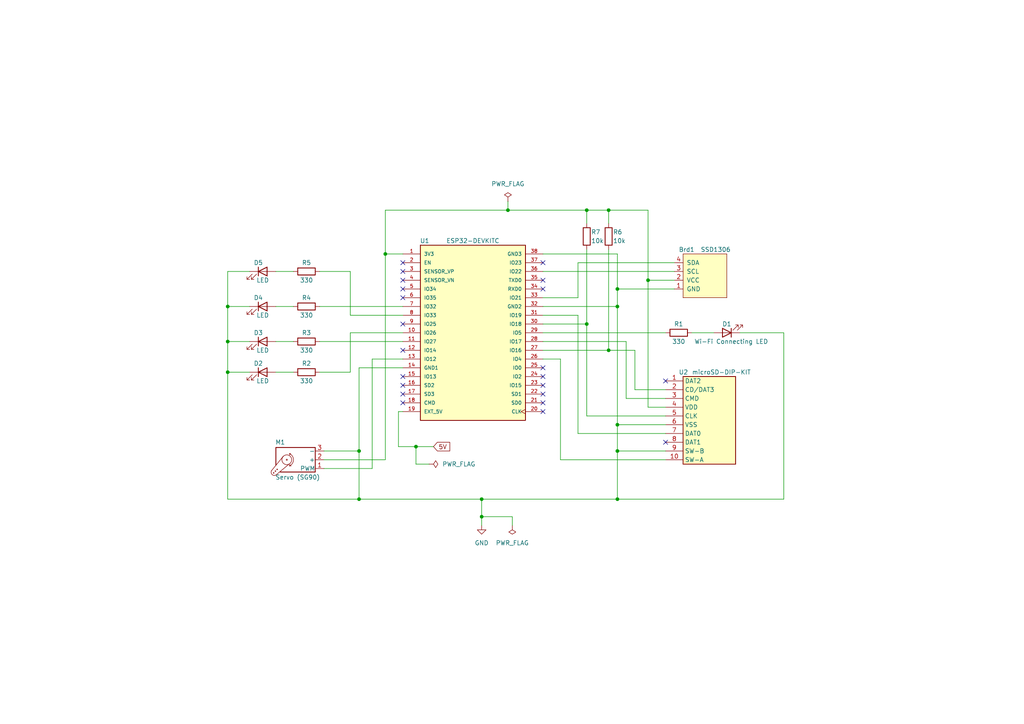
<source format=kicad_sch>
(kicad_sch (version 20230121) (generator eeschema)
  (paper "A4")
  (title_block (title "サーボコントロールサンプル") (date "2024-03-22") (rev "1.0") (comment 1 "SDカードスロット") (comment 2 "OLED(SSD1306)") (comment 3 "LED x 4") (comment 4 "サーボ(SG90)"))
  (lib_symbols
    (symbol "Akizuki_Library:microSD_DIP_KIT"
      (property "Reference" "U" (at 0 3.81 0))
      (property "Value" "microSD-DIP-KIT" (at 0 1.27 0))
      (symbol "microSD_DIP_KIT_1_1"
        (rectangle (start -6.35 0) (end 8.89 -25.4) (stroke (width 0.254)) (fill (type background)))
        (pin bidirectional line (at -11.43 -1.27 0) (length 5.08) (name "DAT2") (number "1"))
        (pin passive line (at -11.43 -24.13 0) (length 5.08) (name "SW-A") (number "10"))
        (pin bidirectional line (at -11.43 -3.81 0) (length 5.08) (name "CD/DAT3") (number "2"))
        (pin bidirectional line (at -11.43 -6.35 0) (length 5.08) (name "CMD") (number "3"))
        (pin power_in line (at -11.43 -8.89 0) (length 5.08) (name "VDD") (number "4"))
        (pin bidirectional line (at -11.43 -11.43 0) (length 5.08) (name "CLK") (number "5"))
        (pin power_in line (at -11.43 -13.97 0) (length 5.08) (name "VSS") (number "6"))
        (pin bidirectional line (at -11.43 -16.51 0) (length 5.08) (name "DAT0") (number "7"))
        (pin bidirectional line (at -11.43 -19.05 0) (length 5.08) (name "DAT1") (number "8"))
        (pin passive line (at -11.43 -21.59 0) (length 5.08) (name "SW-B") (number "9"))
      )
    )
    (symbol "Device:LED" (pin_numbers hide) (pin_names (offset 1.016) hide)
      (property "Reference" "D" (at 0 2.54 0))
      (property "Value" "LED" (at 0 -2.54 0))
      (symbol "LED_0_1"
        (polyline (pts (xy -1.27 -1.27) (xy -1.27 1.27)) (stroke (width 0.254)))
        (polyline (pts (xy -1.27 0) (xy 1.27 0)))
        (polyline (pts (xy 1.27 -1.27) (xy 1.27 1.27) (xy -1.27 0) (xy 1.27 -1.27)) (stroke (width 0.254)))
        (polyline (pts (xy -3.048 -0.762) (xy -4.572 -2.286) (xy -3.81 -2.286) (xy -4.572 -2.286) (xy -4.572 -1.524)))
        (polyline (pts (xy -1.778 -0.762) (xy -3.302 -2.286) (xy -2.54 -2.286) (xy -3.302 -2.286) (xy -3.302 -1.524)))
      )
      (symbol "LED_1_1"
        (pin passive line (at -3.81 0 0) (length 2.54) (name "K") (number "1"))
        (pin passive line (at 3.81 0 180) (length 2.54) (name "A") (number "2"))
      )
    )
    (symbol "Device:R" (pin_numbers hide) (pin_names (offset 0))
      (property "Reference" "R" (at 2.032 0 90))
      (property "Value" "R" (at 0 0 90))
      (symbol "R_0_1"
        (rectangle (start -1.016 -2.54) (end 1.016 2.54) (stroke (width 0.254)))
      )
      (symbol "R_1_1"
        (pin passive line (at 0 3.81 270) (length 1.27) (name "~") (number "1"))
        (pin passive line (at 0 -3.81 90) (length 1.27) (name "~") (number "2"))
      )
    )
    (symbol "ESP32-DEVKITC:ESP32-DEVKITC" (pin_names (offset 1.016))
      (property "Reference" "U" (at -15.2572 26.0643 0))
      (property "Value" "ESP32-DEVKITC" (at -15.2563 -27.9698 0))
      (symbol "ESP32-DEVKITC_0_0"
        (rectangle (start -15.24 -25.4) (end 15.24 25.4) (stroke (width 0.254)) (fill (type background)))
        (pin power_in line (at -20.32 22.86 0) (length 5.08) (name "3V3") (number "1"))
        (pin bidirectional line (at -20.32 0 0) (length 5.08) (name "IO26") (number "10"))
        (pin bidirectional line (at -20.32 -2.54 0) (length 5.08) (name "IO27") (number "11"))
        (pin bidirectional line (at -20.32 -5.08 0) (length 5.08) (name "IO14") (number "12"))
        (pin bidirectional line (at -20.32 -7.62 0) (length 5.08) (name "IO12") (number "13"))
        (pin power_in line (at -20.32 -10.16 0) (length 5.08) (name "GND1") (number "14"))
        (pin bidirectional line (at -20.32 -12.7 0) (length 5.08) (name "IO13") (number "15"))
        (pin bidirectional line (at -20.32 -15.24 0) (length 5.08) (name "SD2") (number "16"))
        (pin bidirectional line (at -20.32 -17.78 0) (length 5.08) (name "SD3") (number "17"))
        (pin bidirectional line (at -20.32 -20.32 0) (length 5.08) (name "CMD") (number "18"))
        (pin power_in line (at -20.32 -22.86 0) (length 5.08) (name "EXT_5V") (number "19"))
        (pin input line (at -20.32 20.32 0) (length 5.08) (name "EN") (number "2"))
        (pin input clock (at 20.32 -22.86 180) (length 5.08) (name "CLK") (number "20"))
        (pin bidirectional line (at 20.32 -20.32 180) (length 5.08) (name "SD0") (number "21"))
        (pin bidirectional line (at 20.32 -17.78 180) (length 5.08) (name "SD1") (number "22"))
        (pin bidirectional line (at 20.32 -15.24 180) (length 5.08) (name "IO15") (number "23"))
        (pin bidirectional line (at 20.32 -12.7 180) (length 5.08) (name "IO2") (number "24"))
        (pin bidirectional line (at 20.32 -10.16 180) (length 5.08) (name "IO0") (number "25"))
        (pin bidirectional line (at 20.32 -7.62 180) (length 5.08) (name "IO4") (number "26"))
        (pin bidirectional line (at 20.32 -5.08 180) (length 5.08) (name "IO16") (number "27"))
        (pin bidirectional line (at 20.32 -2.54 180) (length 5.08) (name "IO17") (number "28"))
        (pin bidirectional line (at 20.32 0 180) (length 5.08) (name "IO5") (number "29"))
        (pin input line (at -20.32 17.78 0) (length 5.08) (name "SENSOR_VP") (number "3"))
        (pin bidirectional line (at 20.32 2.54 180) (length 5.08) (name "IO18") (number "30"))
        (pin bidirectional line (at 20.32 5.08 180) (length 5.08) (name "IO19") (number "31"))
        (pin power_in line (at 20.32 7.62 180) (length 5.08) (name "GND2") (number "32"))
        (pin bidirectional line (at 20.32 10.16 180) (length 5.08) (name "IO21") (number "33"))
        (pin input line (at 20.32 12.7 180) (length 5.08) (name "RXD0") (number "34"))
        (pin output line (at 20.32 15.24 180) (length 5.08) (name "TXD0") (number "35"))
        (pin bidirectional line (at 20.32 17.78 180) (length 5.08) (name "IO22") (number "36"))
        (pin bidirectional line (at 20.32 20.32 180) (length 5.08) (name "IO23") (number "37"))
        (pin power_in line (at 20.32 22.86 180) (length 5.08) (name "GND3") (number "38"))
        (pin input line (at -20.32 15.24 0) (length 5.08) (name "SENSOR_VN") (number "4"))
        (pin bidirectional line (at -20.32 12.7 0) (length 5.08) (name "IO34") (number "5"))
        (pin bidirectional line (at -20.32 10.16 0) (length 5.08) (name "IO35") (number "6"))
        (pin bidirectional line (at -20.32 7.62 0) (length 5.08) (name "IO32") (number "7"))
        (pin bidirectional line (at -20.32 5.08 0) (length 5.08) (name "IO33") (number "8"))
        (pin bidirectional line (at -20.32 2.54 0) (length 5.08) (name "IO25") (number "9"))
      )
    )
    (symbol "Motor:Motor_Servo" (pin_names (offset 0.0254))
      (property "Reference" "M" (at -5.08 4.445 0))
      (property "Value" "Motor_Servo" (at -5.08 -4.064 0))
      (symbol "Motor_Servo_0_1"
        (polyline (pts (xy 2.413 -1.778) (xy 2.032 -1.778)))
        (polyline (pts (xy 2.413 -1.778) (xy 2.286 -1.397)))
        (polyline (pts (xy 2.413 1.778) (xy 1.905 1.778)))
        (polyline (pts (xy 2.413 1.778) (xy 2.286 1.397)))
        (polyline (pts (xy 6.35 4.445) (xy 2.54 1.27)))
        (polyline (pts (xy 7.62 3.175) (xy 4.191 -1.016)))
        (polyline (pts (xy 5.08 3.556) (xy -5.08 3.556) (xy -5.08 -3.556) (xy 6.35 -3.556) (xy 6.35 1.524)) (stroke (width 0.254)))
        (arc (start 2.413 1.778) (mid 1.2406 0) (end 2.413 -1.778))
        (circle (center 3.175 0) (radius 0.1778))
        (circle (center 3.175 0) (radius 1.4224))
        (circle (center 5.969 2.794) (radius 0.127))
        (circle (center 6.477 3.302) (radius 0.127))
        (circle (center 6.985 3.81) (radius 0.127))
        (arc (start 7.62 3.175) (mid 7.4485 4.2735) (end 6.35 4.445))
      )
      (symbol "Motor_Servo_1_1"
        (pin passive line (at -7.62 2.54 0) (length 2.54) (name "PWM") (number "1"))
        (pin passive line (at -7.62 0 0) (length 2.54) (name "+") (number "2"))
        (pin passive line (at -7.62 -2.54 0) (length 2.54) (name "-") (number "3"))
      )
    )
    (symbol "SSD1306-128x64_OLED:SSD1306" (pin_names (offset 1.016))
      (property "Reference" "Brd" (at 0 -3.81 0))
      (property "Value" "SSD1306" (at 0 -1.27 0))
      (symbol "SSD1306_0_1"
        (rectangle (start -6.35 6.35) (end 6.35 -6.35) (fill (type background)))
      )
      (symbol "SSD1306_1_1"
        (pin input line (at -3.81 8.89 270) (length 2.54) (name "GND") (number "1"))
        (pin input line (at -1.27 8.89 270) (length 2.54) (name "VCC") (number "2"))
        (pin input line (at 1.27 8.89 270) (length 2.54) (name "SCL") (number "3"))
        (pin input line (at 3.81 8.89 270) (length 2.54) (name "SDA") (number "4"))
      )
    )
    (symbol "power:GND" (power) (pin_names (offset 0))
      (property "Value" "GND" (at 0 -3.81 0))
      (symbol "GND_0_1"
        (polyline (pts (xy 0 0) (xy 0 -1.27) (xy 1.27 -1.27) (xy 0 -2.54) (xy -1.27 -1.27) (xy 0 -1.27)))
      )
      (symbol "GND_1_1"
        (pin power_in line (at 0 0 270) (length 0) hide (name "GND") (number "1"))
      )
    )
    (symbol "power:PWR_FLAG" (power) (pin_numbers hide) (pin_names (offset 0) hide)
      (property "Value" "PWR_FLAG" (at 0 3.81 0))
      (symbol "PWR_FLAG_0_0"
        (pin power_out line (at 0 0 90) (length 0) (name "pwr") (number "1"))
      )
      (symbol "PWR_FLAG_0_1"
        (polyline (pts (xy 0 0) (xy 0 1.27) (xy -1.016 1.905) (xy 0 2.54) (xy 1.016 1.905) (xy 0 1.27)))
      )
    )
  )
  (junction (at 187.96 81.28))
  (junction (at 111.76 73.66))
  (junction (at 179.07 83.82))
  (junction (at 104.14 130.81))
  (junction (at 179.07 130.81))
  (junction (at 170.18 93.98))
  (junction (at 179.07 88.9))
  (junction (at 176.53 60.96))
  (junction (at 104.14 144.78))
  (junction (at 66.04 107.95))
  (junction (at 66.04 99.06))
  (junction (at 176.53 101.6))
  (junction (at 139.7 149.86))
  (junction (at 139.7 144.78))
  (junction (at 179.07 144.78))
  (junction (at 170.18 60.96))
  (junction (at 147.32 60.96))
  (junction (at 179.07 123.19))
  (junction (at 120.65 129.54))
  (junction (at 66.04 88.9))
  (no_connect (at 157.48 109.22))
  (no_connect (at 157.48 119.38))
  (no_connect (at 193.04 128.27))
  (no_connect (at 116.84 83.82))
  (no_connect (at 157.48 114.3))
  (no_connect (at 193.04 110.49))
  (no_connect (at 116.84 78.74))
  (no_connect (at 157.48 76.2))
  (no_connect (at 157.48 83.82))
  (no_connect (at 116.84 111.76))
  (no_connect (at 116.84 116.84))
  (no_connect (at 157.48 116.84))
  (no_connect (at 116.84 86.36))
  (no_connect (at 157.48 81.28))
  (no_connect (at 116.84 101.6))
  (no_connect (at 157.48 106.68))
  (no_connect (at 116.84 93.98))
  (no_connect (at 116.84 76.2))
  (no_connect (at 116.84 114.3))
  (no_connect (at 116.84 81.28))
  (no_connect (at 157.48 111.76))
  (no_connect (at 116.84 109.22))
  (wire (pts (xy 92.71 88.9) (xy 116.84 88.9)))
  (wire (pts (xy 170.18 64.77) (xy 170.18 60.96)))
  (wire (pts (xy 167.64 125.73) (xy 167.64 91.44)))
  (wire (pts (xy 80.01 88.9) (xy 85.09 88.9)))
  (wire (pts (xy 120.65 129.54) (xy 115.57 129.54)))
  (wire (pts (xy 116.84 104.14) (xy 107.95 104.14)))
  (wire (pts (xy 101.6 96.52) (xy 101.6 107.95)))
  (wire (pts (xy 116.84 73.66) (xy 111.76 73.66)))
  (wire (pts (xy 157.48 86.36) (xy 167.64 86.36)))
  (wire (pts (xy 167.64 76.2) (xy 195.58 76.2)))
  (wire (pts (xy 139.7 149.86) (xy 139.7 152.4)))
  (wire (pts (xy 104.14 130.81) (xy 104.14 144.78)))
  (wire (pts (xy 157.48 88.9) (xy 179.07 88.9)))
  (wire (pts (xy 157.48 91.44) (xy 167.64 91.44)))
  (wire (pts (xy 157.48 78.74) (xy 195.58 78.74)))
  (wire (pts (xy 66.04 88.9) (xy 66.04 99.06)))
  (wire (pts (xy 148.59 149.86) (xy 139.7 149.86)))
  (wire (pts (xy 162.56 133.35) (xy 193.04 133.35)))
  (wire (pts (xy 116.84 91.44) (xy 101.6 91.44)))
  (wire (pts (xy 111.76 73.66) (xy 111.76 133.35)))
  (wire (pts (xy 104.14 106.68) (xy 104.14 130.81)))
  (wire (pts (xy 116.84 96.52) (xy 101.6 96.52)))
  (wire (pts (xy 66.04 99.06) (xy 66.04 107.95)))
  (wire (pts (xy 200.66 96.52) (xy 207.01 96.52)))
  (wire (pts (xy 66.04 88.9) (xy 72.39 88.9)))
  (wire (pts (xy 139.7 144.78) (xy 139.7 149.86)))
  (wire (pts (xy 93.98 130.81) (xy 104.14 130.81)))
  (wire (pts (xy 157.48 99.06) (xy 181.61 99.06)))
  (wire (pts (xy 179.07 130.81) (xy 193.04 130.81)))
  (wire (pts (xy 66.04 144.78) (xy 104.14 144.78)))
  (wire (pts (xy 80.01 99.06) (xy 85.09 99.06)))
  (wire (pts (xy 176.53 72.39) (xy 176.53 101.6)))
  (wire (pts (xy 176.53 60.96) (xy 187.96 60.96)))
  (wire (pts (xy 170.18 72.39) (xy 170.18 93.98)))
  (wire (pts (xy 107.95 104.14) (xy 107.95 135.89)))
  (wire (pts (xy 184.15 101.6) (xy 184.15 113.03)))
  (wire (pts (xy 101.6 107.95) (xy 92.71 107.95)))
  (wire (pts (xy 104.14 144.78) (xy 139.7 144.78)))
  (wire (pts (xy 157.48 101.6) (xy 176.53 101.6)))
  (wire (pts (xy 147.32 58.42) (xy 147.32 60.96)))
  (wire (pts (xy 179.07 123.19) (xy 179.07 130.81)))
  (wire (pts (xy 157.48 96.52) (xy 193.04 96.52)))
  (wire (pts (xy 101.6 91.44) (xy 101.6 78.74)))
  (wire (pts (xy 179.07 88.9) (xy 179.07 123.19)))
  (wire (pts (xy 120.65 134.62) (xy 120.65 129.54)))
  (wire (pts (xy 181.61 115.57) (xy 193.04 115.57)))
  (wire (pts (xy 125.73 129.54) (xy 120.65 129.54)))
  (wire (pts (xy 176.53 101.6) (xy 184.15 101.6)))
  (wire (pts (xy 80.01 107.95) (xy 85.09 107.95)))
  (wire (pts (xy 124.46 134.62) (xy 120.65 134.62)))
  (wire (pts (xy 80.01 78.74) (xy 85.09 78.74)))
  (wire (pts (xy 162.56 133.35) (xy 162.56 104.14)))
  (wire (pts (xy 187.96 81.28) (xy 187.96 118.11)))
  (wire (pts (xy 157.48 93.98) (xy 170.18 93.98)))
  (wire (pts (xy 72.39 78.74) (xy 66.04 78.74)))
  (wire (pts (xy 157.48 73.66) (xy 179.07 73.66)))
  (wire (pts (xy 193.04 123.19) (xy 179.07 123.19)))
  (wire (pts (xy 179.07 144.78) (xy 227.33 144.78)))
  (wire (pts (xy 92.71 78.74) (xy 101.6 78.74)))
  (wire (pts (xy 93.98 133.35) (xy 111.76 133.35)))
  (wire (pts (xy 93.98 135.89) (xy 107.95 135.89)))
  (wire (pts (xy 187.96 60.96) (xy 187.96 81.28)))
  (wire (pts (xy 170.18 120.65) (xy 170.18 93.98)))
  (wire (pts (xy 179.07 83.82) (xy 179.07 88.9)))
  (wire (pts (xy 176.53 64.77) (xy 176.53 60.96)))
  (wire (pts (xy 66.04 107.95) (xy 72.39 107.95)))
  (wire (pts (xy 184.15 113.03) (xy 193.04 113.03)))
  (wire (pts (xy 66.04 107.95) (xy 66.04 144.78)))
  (wire (pts (xy 111.76 73.66) (xy 111.76 60.96)))
  (wire (pts (xy 179.07 73.66) (xy 179.07 83.82)))
  (wire (pts (xy 66.04 99.06) (xy 72.39 99.06)))
  (wire (pts (xy 66.04 78.74) (xy 66.04 88.9)))
  (wire (pts (xy 148.59 152.4) (xy 148.59 149.86)))
  (wire (pts (xy 187.96 81.28) (xy 195.58 81.28)))
  (wire (pts (xy 170.18 60.96) (xy 176.53 60.96)))
  (wire (pts (xy 111.76 60.96) (xy 147.32 60.96)))
  (wire (pts (xy 187.96 118.11) (xy 193.04 118.11)))
  (wire (pts (xy 214.63 96.52) (xy 227.33 96.52)))
  (wire (pts (xy 115.57 119.38) (xy 116.84 119.38)))
  (wire (pts (xy 227.33 96.52) (xy 227.33 144.78)))
  (wire (pts (xy 157.48 104.14) (xy 162.56 104.14)))
  (wire (pts (xy 92.71 99.06) (xy 116.84 99.06)))
  (wire (pts (xy 181.61 99.06) (xy 181.61 115.57)))
  (wire (pts (xy 167.64 86.36) (xy 167.64 76.2)))
  (wire (pts (xy 116.84 106.68) (xy 104.14 106.68)))
  (wire (pts (xy 179.07 130.81) (xy 179.07 144.78)))
  (wire (pts (xy 115.57 129.54) (xy 115.57 119.38)))
  (wire (pts (xy 170.18 120.65) (xy 193.04 120.65)))
  (wire (pts (xy 147.32 60.96) (xy 170.18 60.96)))
  (wire (pts (xy 139.7 144.78) (xy 179.07 144.78)))
  (wire (pts (xy 195.58 83.82) (xy 179.07 83.82)))
  (wire (pts (xy 167.64 125.73) (xy 193.04 125.73)))
  (global_label "5V" (shape input) (at 125.73 129.54 0) (property "Intersheetrefs" "${INTERSHEET_REFS}" (effects hide)))
  (symbol (lib_id "Device:LED") (at 210.82 96.52 180) (unit 1)
    (property "Reference" "D1" (at 210.82 93.98 0))
    (property "Value" "Wi-Fi Connecting LED" (at 212.09 99.06 0))
    (property "Footprint" "LED_THT:LED_D5.0mm" (effects hide))
  )
  (symbol (lib_id "Akizuki_Library:microSD_DIP_KIT") (at 204.47 109.22 0) (unit 1)
    (property "Reference" "U2" (at 196.85 107.95 0) (effects (justify left)))
    (property "Value" "microSD-DIP-KIT" (at 200.66 107.95 0) (effects (justify left)))
    (property "Footprint" "Akizuki_Library:microSD-DIP-Kit" (effects hide))
    (property "Datasheet" "https://akizukidenshi.com/catalog/g/gK-05488/" (effects hide))
  )
  (symbol (lib_id "SSD1306-128x64_OLED:SSD1306") (at 204.47 80.01 90) (unit 1)
    (property "Reference" "Brd1" (at 196.85 72.39 90) (effects (justify right)))
    (property "Value" "SSD1306" (at 203.2 72.39 90) (effects (justify right)))
    (property "Footprint" "SSD1306:128x64OLED" (effects hide))
  )
  (symbol (lib_id "power:PWR_FLAG") (at 147.32 58.42 0) (unit 1)
    (property "Reference" "#FLG03" (effects hide))
    (property "Value" "PWR_FLAG" (at 147.32 53.34 0))
  )
  (symbol (lib_id "Device:LED") (at 76.2 107.95 0) (unit 1)
    (property "Reference" "D2" (at 74.93 105.41 0))
    (property "Value" "LED" (at 76.2 110.49 0))
    (property "Footprint" "LED_THT:LED_D5.0mm" (effects hide))
  )
  (symbol (lib_id "Device:R") (at 196.85 96.52 90) (unit 1)
    (property "Reference" "R1" (at 196.85 93.98 90))
    (property "Value" "330" (at 196.85 99.06 90))
    (property "Footprint" "Resistor_THT:R_Axial_DIN0204_L3.6mm_D1.6mm_P5.08mm_Horizontal" (effects hide))
  )
  (symbol (lib_id "Motor:Motor_Servo") (at 86.36 133.35 180) (unit 1)
    (property "Reference" "M1" (at 81.28 128.27 0))
    (property "Value" "Servo (SG90)" (at 86.36 138.43 0))
    (property "Footprint" "Connector_PinHeader_2.54mm:PinHeader_1x03_P2.54mm_Horizontal" (effects hide))
    (property "Datasheet" "http://forums.parallax.com/uploads/attachments/46831/74481.png" (effects hide))
  )
  (symbol (lib_id "Device:R") (at 88.9 88.9 90) (unit 1)
    (property "Reference" "R4" (at 88.9 86.36 90))
    (property "Value" "330" (at 88.9 91.44 90))
    (property "Footprint" "Resistor_THT:R_Axial_DIN0204_L3.6mm_D1.6mm_P5.08mm_Horizontal" (effects hide))
  )
  (symbol (lib_id "Device:LED") (at 76.2 78.74 0) (unit 1)
    (property "Reference" "D5" (at 74.93 76.2 0))
    (property "Value" "LED" (at 76.2 81.28 0))
    (property "Footprint" "LED_THT:LED_D5.0mm" (effects hide))
  )
  (symbol (lib_id "Device:R") (at 170.18 68.58 0) (unit 1)
    (property "Reference" "R7" (at 171.45 67.31 0) (effects (justify left)))
    (property "Value" "10k" (at 171.45 69.85 0) (effects (justify left)))
    (property "Footprint" "Resistor_THT:R_Axial_DIN0204_L3.6mm_D1.6mm_P5.08mm_Horizontal" (effects hide))
  )
  (symbol (lib_id "power:GND") (at 139.7 152.4 0) (unit 1)
    (property "Reference" "#PWR01" (effects hide))
    (property "Value" "GND" (at 139.7 157.48 0))
  )
  (symbol (lib_id "power:PWR_FLAG") (at 148.59 152.4 180) (unit 1)
    (property "Reference" "#FLG01" (effects hide))
    (property "Value" "PWR_FLAG" (at 148.59 157.48 0))
  )
  (symbol (lib_id "Device:R") (at 88.9 99.06 90) (unit 1)
    (property "Reference" "R3" (at 88.9 96.52 90))
    (property "Value" "330" (at 88.9 101.6 90))
    (property "Footprint" "Resistor_THT:R_Axial_DIN0204_L3.6mm_D1.6mm_P5.08mm_Horizontal" (effects hide))
  )
  (symbol (lib_id "Device:R") (at 176.53 68.58 0) (unit 1)
    (property "Reference" "R6" (at 177.8 67.31 0) (effects (justify left)))
    (property "Value" "10k" (at 177.8 69.85 0) (effects (justify left)))
    (property "Footprint" "Resistor_THT:R_Axial_DIN0204_L3.6mm_D1.6mm_P5.08mm_Horizontal" (effects hide))
  )
  (symbol (lib_id "Device:R") (at 88.9 78.74 90) (unit 1)
    (property "Reference" "R5" (at 88.9 76.2 90))
    (property "Value" "330" (at 88.9 81.28 90))
    (property "Footprint" "Resistor_THT:R_Axial_DIN0204_L3.6mm_D1.6mm_P5.08mm_Horizontal" (effects hide))
  )
  (symbol (lib_id "power:PWR_FLAG") (at 124.46 134.62 270) (unit 1)
    (property "Reference" "#FLG02" (effects hide))
    (property "Value" "PWR_FLAG" (at 128.27 134.62 90) (effects (justify left)))
  )
  (symbol (lib_id "Device:R") (at 88.9 107.95 90) (unit 1)
    (property "Reference" "R2" (at 88.9 105.41 90))
    (property "Value" "330" (at 88.9 110.49 90))
    (property "Footprint" "Resistor_THT:R_Axial_DIN0204_L3.6mm_D1.6mm_P5.08mm_Horizontal" (effects hide))
  )
  (symbol (lib_id "Device:LED") (at 76.2 99.06 0) (unit 1)
    (property "Reference" "D3" (at 74.93 96.52 0))
    (property "Value" "LED" (at 76.2 101.6 0))
    (property "Footprint" "LED_THT:LED_D5.0mm" (effects hide))
  )
  (symbol (lib_id "Device:LED") (at 76.2 88.9 0) (unit 1)
    (property "Reference" "D4" (at 74.93 86.36 0))
    (property "Value" "LED" (at 76.2 91.44 0))
    (property "Footprint" "LED_THT:LED_D5.0mm" (effects hide))
  )
  (symbol (lib_id "ESP32-DEVKITC:ESP32-DEVKITC") (at 137.16 96.52 0) (unit 1)
    (property "Reference" "U1" (at 123.19 69.85 0))
    (property "Value" "ESP32-DEVKITC" (at 137.16 69.85 0))
    (property "Footprint" "ESP32-DEVKITC:MODULE_ESP32-DEVKITC" (effects hide))
    (property "MF" "Espressif Systems" (effects hide))
    (property "Description" "\nESP32-WROOM-32UE シリーズ トランシーバー; 802.11 b/g/n (Wi-Fi、WiFi、WLAN)、Bluetooth ® Smart Ready 4.x デュアルモード評価ボード\n" (effects hide))
    (property "Package" "None" (effects hide))
    (property "Price" "None" (effects hide))
    (property "Check_prices" "https://www.snapeda.com/parts/ESP32-DEVKITC/Espressif+Systems/view-part/?ref=eda" (effects hide))
    (property "STANDARD" "Manufacturer Recommendations" (effects hide))
    (property "PARTREV" "N/A" (effects hide))
    (property "SnapEDA_Link" "https://www.snapeda.com/parts/ESP32-DEVKITC/Espressif+Systems/view-part/?ref=snap" (effects hide))
    (property "MP" "ESP32-DEVKITC" (effects hide))
    (property "Availability" "In Stock" (effects hide))
    (property "MANUFACTURER" "ESPRESSIF" (effects hide))
  )
)
</source>
